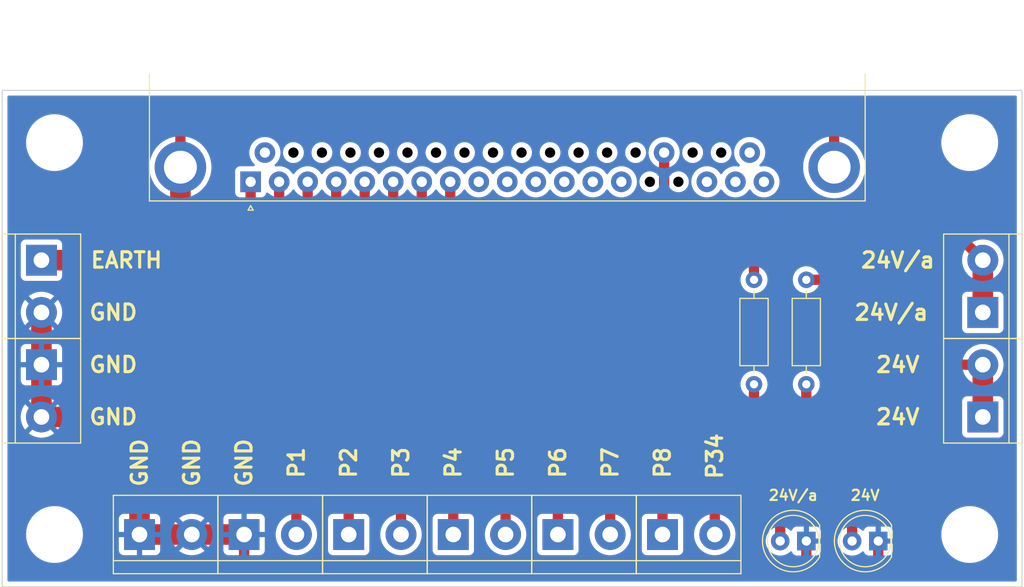
<source format=kicad_pcb>
(kicad_pcb (version 20221018) (generator pcbnew)
  (layers (0 "F.Cu" signal) (31 "B.Cu" signal) (34 "B.Paste" user) (35 "F.Paste" user) (36 "B.SilkS" user "B.Silkscreen") (37 "F.SilkS" user "F.Silkscreen") (38 "B.Mask" user) (39 "F.Mask" user) (44 "Edge.Cuts" user))
  (net 0 "")
  (net 1 "Earth")
  (net 2 "GND")
  (net 3 "/P1")
  (net 4 "/P2")
  (net 5 "/P3")
  (net 6 "/P4")
  (net 7 "/P5")
  (net 8 "/P6")
  (net 9 "/P7")
  (net 10 "/P8")
  (net 11 "/P34")
  (net 12 "/24V")
  (net 13 "/24V{slash}a")
  (net 23 "Net-(D1-Pad2)")
  (net 24 "Net-(D2-Pad2)")
  (footprint "TerminalBlock:TerminalBlock_bornier-2_P5.08mm" (layer "F.Cu") (at 118.745 107.95)
    (fp_text reference "J3" hide)
    (fp_text value "Conn_01x02" hide)
    (fp_line (start -2.54 -3.81) (end -2.54 3.81) (stroke (width 0.12)) (layer "F.SilkS"))
    (fp_line (start -2.54 3.81) (end 7.62 3.81) (stroke (width 0.12)) (layer "F.SilkS"))
    (fp_line (start 7.62 -3.81) (end -2.54 -3.81) (stroke (width 0.12)) (layer "F.SilkS"))
    (fp_line (start 7.62 2.54) (end -2.54 2.54) (stroke (width 0.12)) (layer "F.SilkS"))
    (fp_line (start 7.62 3.81) (end 7.62 -3.81) (stroke (width 0.12)) (layer "F.SilkS"))
    (pad "1" thru_hole rect (at 0 0) (size 3 3) (drill 1.52) (layers "*.Cu" "*.Mask") (net 4 "/P2"))
    (pad "2" thru_hole circle (at 5.08 0) (size 3 3) (drill 1.52) (layers "*.Cu" "*.Mask") (net 5 "/P3"))
  )
  (footprint "TerminalBlock:TerminalBlock_bornier-2_P5.08mm" (layer "F.Cu") (at 88.9 81.28 -90)
    (fp_text reference "J10" hide)
    (fp_text value "Conn_01x02" hide)
    (fp_line (start -2.54 -3.81) (end -2.54 3.81) (stroke (width 0.12)) (layer "F.SilkS"))
    (fp_line (start -2.54 3.81) (end 7.62 3.81) (stroke (width 0.12)) (layer "F.SilkS"))
    (fp_line (start 7.62 -3.81) (end -2.54 -3.81) (stroke (width 0.12)) (layer "F.SilkS"))
    (fp_line (start 7.62 2.54) (end -2.54 2.54) (stroke (width 0.12)) (layer "F.SilkS"))
    (fp_line (start 7.62 3.81) (end 7.62 -3.81) (stroke (width 0.12)) (layer "F.SilkS"))
    (pad "1" thru_hole rect (at 0 0 270) (size 3 3) (drill 1.52) (layers "*.Cu" "*.Mask") (net 1 "Earth"))
    (pad "2" thru_hole circle (at 5.08 0 270) (size 3 3) (drill 1.52) (layers "*.Cu" "*.Mask") (net 2 "GND"))
  )
  (footprint "TerminalBlock:TerminalBlock_bornier-2_P5.08mm" (layer "F.Cu") (at 108.585 107.95)
    (fp_text reference "J2" hide)
    (fp_text value "Conn_01x02" hide)
    (fp_line (start -2.54 -3.81) (end -2.54 3.81) (stroke (width 0.12)) (layer "F.SilkS"))
    (fp_line (start -2.54 3.81) (end 7.62 3.81) (stroke (width 0.12)) (layer "F.SilkS"))
    (fp_line (start 7.62 -3.81) (end -2.54 -3.81) (stroke (width 0.12)) (layer "F.SilkS"))
    (fp_line (start 7.62 2.54) (end -2.54 2.54) (stroke (width 0.12)) (layer "F.SilkS"))
    (fp_line (start 7.62 3.81) (end 7.62 -3.81) (stroke (width 0.12)) (layer "F.SilkS"))
    (pad "1" thru_hole rect (at 0 0) (size 3 3) (drill 1.52) (layers "*.Cu" "*.Mask") (net 2 "GND"))
    (pad "2" thru_hole circle (at 5.08 0) (size 3 3) (drill 1.52) (layers "*.Cu" "*.Mask") (net 3 "/P1"))
  )
  (footprint "MountingHole:MountingHole_4.5mm" (layer "F.Cu") (at 179.07 107.95)
    (fp_text reference "H1" hide)
    (fp_text value "MountingHole" hide)
    (pad "" np_thru_hole circle (at 0 0) (size 4.5 4.5) (drill 4.5) (layers "*.Cu" "*.Mask"))
  )
  (footprint "Connector_Dsub:DSUB-37_Female_Horizontal_P2.77x2.84mm_EdgePinOffset7.70mm_Housed_MountingHolesOffset9.12mm" (layer "F.Cu") (at 109.22 73.66 180)
    (fp_text reference "J9" hide)
    (fp_text value "DB37" hide)
    (fp_line (start -59.69 -1.86) (end 9.83 -1.86) (stroke (width 0.12)) (layer "F.SilkS"))
    (fp_line (start -59.69 10.48) (end -59.69 -1.86) (stroke (width 0.12)) (layer "F.SilkS"))
    (fp_line (start -0.25 -2.754338) (end 0.25 -2.754338) (stroke (width 0.12)) (layer "F.SilkS"))
    (fp_line (start 0 -2.321325) (end -0.25 -2.754338) (stroke (width 0.12)) (layer "F.SilkS"))
    (fp_line (start 0.25 -2.754338) (end 0 -2.321325) (stroke (width 0.12)) (layer "F.SilkS"))
    (fp_line (start 9.83 -1.86) (end 9.83 10.48) (stroke (width 0.12)) (layer "F.SilkS"))
    (pad "" thru_hole circle (at -48.475 2.84 180) (size 2 2) (drill 1) (layers "*.Cu" "*.Mask"))
    (pad "" np_thru_hole circle (at -45.705 2.84 180) (size 1.6 1.6) (drill 1) (layers "*.Mask"))
    (pad "" np_thru_hole circle (at -42.935 2.84 180) (size 1.6 1.6) (drill 1) (layers "*.Mask"))
    (pad "" np_thru_hole circle (at -41.55 0 180) (size 1.6 1.6) (drill 1) (layers "*.Mask"))
    (pad "" np_thru_hole circle (at -38.78 0 180) (size 1.6 1.6) (drill 1) (layers "*.Mask"))
    (pad "" np_thru_hole circle (at -37.395 2.84 180) (size 1.6 1.6) (drill 1) (layers "*.Mask"))
    (pad "" np_thru_hole circle (at -34.625 2.84 180) (size 1.6 1.6) (drill 1) (layers "*.Mask"))
    (pad "" np_thru_hole circle (at -31.855 2.84 180) (size 1.6 1.6) (drill 1) (layers "*.Mask"))
    (pad "" np_thru_hole circle (at -29.085 2.84 180) (size 1.6 1.6) (drill 1) (layers "*.Mask"))
    (pad "" np_thru_hole circle (at -26.315 2.84 180) (size 1.6 1.6) (drill 1) (layers "*.Mask"))
    (pad "" np_thru_hole circle (at -23.545 2.84 180) (size 1.6 1.6) (drill 1) (layers "*.Mask"))
    (pad "" np_thru_hole circle (at -20.775 2.84 180) (size 1.6 1.6) (drill 1) (layers "*.Mask"))
    (pad "" np_thru_hole circle (at -18.005 2.84 180) (size 1.6 1.6) (drill 1) (layers "*.Mask"))
    (pad "" np_thru_hole circle (at -15.235 2.84 180) (size 1.6 1.6) (drill 1) (layers "*.Mask"))
    (pad "" np_thru_hole circle (at -12.465 2.84 180) (size 1.6 1.6) (drill 1) (layers "*.Mask"))
    (pad "" np_thru_hole circle (at -9.695 2.84 180) (size 1.6 1.6) (drill 1) (layers "*.Mask"))
    (pad "" np_thru_hole circle (at -6.925 2.84 180) (size 1.6 1.6) (drill 1) (layers "*.Mask"))
    (pad "" np_thru_hole circle (at -4.155 2.84 180) (size 1.6 1.6) (drill 1) (layers "*.Mask"))
    (pad "" thru_hole circle (at -1.385 2.84 180) (size 2 2) (drill 1) (layers "*.Cu" "*.Mask"))
    (pad "0" thru_hole circle (at -56.68 1.42 180) (size 5 5) (drill 3.2) (layers "*.Cu" "*.Mask") (net 1 "Earth"))
    (pad "0" thru_hole circle (at 6.82 1.42 180) (size 5 5) (drill 3.2) (layers "*.Cu" "*.Mask") (net 1 "Earth"))
    (pad "1" thru_hole rect (at 0 0 180) (size 2 2) (drill 1) (layers "*.Cu" "*.Mask") (net 3 "/P1"))
    (pad "2" thru_hole circle (at -2.77 0 180) (size 2 2) (drill 1) (layers "*.Cu" "*.Mask") (net 4 "/P2"))
    (pad "3" thru_hole circle (at -5.54 0 180) (size 2 2) (drill 1) (layers "*.Cu" "*.Mask") (net 5 "/P3"))
    (pad "4" thru_hole circle (at -8.31 0 180) (size 2 2) (drill 1) (layers "*.Cu" "*.Mask") (net 6 "/P4"))
    (pad "5" thru_hole circle (at -11.08 0 180) (size 2 2) (drill 1) (layers "*.Cu" "*.Mask") (net 7 "/P5"))
    (pad "6" thru_hole circle (at -13.85 0 180) (size 2 2) (drill 1) (layers "*.Cu" "*.Mask" "F.Paste") (net 8 "/P6"))
    (pad "7" thru_hole circle (at -16.62 0 180) (size 2 2) (drill 1) (layers "*.Cu" "*.Mask") (net 9 "/P7"))
    (pad "8" thru_hole circle (at -19.39 0 180) (size 2 2) (drill 1) (layers "*.Cu" "*.Mask") (net 10 "/P8"))
    (pad "9" thru_hole circle (at -22.16 0 180) (size 2 2) (drill 1) (layers "*.Cu" "*.Mask"))
    (pad "10" thru_hole circle (at -24.93 0 180) (size 2 2) (drill 1) (layers "*.Cu" "*.Mask"))
    (pad "11" thru_hole circle (at -27.7 0 180) (size 2 2) (drill 1) (layers "*.Cu" "*.Mask"))
    (pad "12" thru_hole circle (at -30.47 0 180) (size 2 2) (drill 1) (layers "*.Cu" "*.Mask"))
    (pad "13" thru_hole circle (at -33.24 0 180) (size 2 2) (drill 1) (layers "*.Cu" "*.Mask"))
    (pad "14" thru_hole circle (at -36.01 0 180) (size 2 2) (drill 1) (layers "*.Cu" "*.Mask"))
    (pad "17" thru_hole circle (at -44.32 0 180) (size 2 2) (drill 1) (layers "*.Cu" "*.Mask"))
    (pad "18" thru_hole circle (at -47.09 0 180) (size 2 2) (drill 1) (layers "*.Cu" "*.Mask"))
    (pad "19" thru_hole circle (at -49.86 0 180) (size 2 2) (drill 1) (layers "*.Cu" "*.Mask"))
    (pad "34" thru_hole circle (at -40.165 2.84 180) (size 2 2) (drill 1) (layers "*.Cu" "*.Mask") (net 11 "/P34"))
  )
  (footprint "TerminalBlock:TerminalBlock_bornier-2_P5.08mm" (layer "F.Cu") (at 139.065 107.95)
    (fp_text reference "J5" hide)
    (fp_text value "Conn_01x02" hide)
    (fp_line (start -2.54 -3.81) (end -2.54 3.81) (stroke (width 0.12)) (layer "F.SilkS"))
    (fp_line (start -2.54 3.81) (end 7.62 3.81) (stroke (width 0.12)) (layer "F.SilkS"))
    (fp_line (start 7.62 -3.81) (end -2.54 -3.81) (stroke (width 0.12)) (layer "F.SilkS"))
    (fp_line (start 7.62 2.54) (end -2.54 2.54) (stroke (width 0.12)) (layer "F.SilkS"))
    (fp_line (start 7.62 3.81) (end 7.62 -3.81) (stroke (width 0.12)) (layer "F.SilkS"))
    (pad "1" thru_hole rect (at 0 0) (size 3 3) (drill 1.52) (layers "*.Cu" "*.Mask") (net 8 "/P6"))
    (pad "2" thru_hole circle (at 5.08 0) (size 3 3) (drill 1.52) (layers "*.Cu" "*.Mask") (net 9 "/P7"))
  )
  (footprint "TerminalBlock:TerminalBlock_bornier-2_P5.08mm" (layer "F.Cu") (at 98.425 107.95)
    (fp_text reference "J1" hide)
    (fp_text value "Conn_01x02" hide)
    (fp_line (start -2.54 -3.81) (end -2.54 3.81) (stroke (width 0.12)) (layer "F.SilkS"))
    (fp_line (start -2.54 3.81) (end 7.62 3.81) (stroke (width 0.12)) (layer "F.SilkS"))
    (fp_line (start 7.62 -3.81) (end -2.54 -3.81) (stroke (width 0.12)) (layer "F.SilkS"))
    (fp_line (start 7.62 2.54) (end -2.54 2.54) (stroke (width 0.12)) (layer "F.SilkS"))
    (fp_line (start 7.62 3.81) (end 7.62 -3.81) (stroke (width 0.12)) (layer "F.SilkS"))
    (pad "1" thru_hole rect (at 0 0) (size 3 3) (drill 1.52) (layers "*.Cu" "*.Mask") (net 2 "GND"))
    (pad "2" thru_hole circle (at 5.08 0) (size 3 3) (drill 1.52) (layers "*.Cu" "*.Mask") (net 2 "GND"))
  )
  (footprint "TerminalBlock:TerminalBlock_bornier-2_P5.08mm" (layer "F.Cu") (at 88.9 91.44 -90)
    (fp_text reference "J11" hide)
    (fp_text value "Conn_01x02" hide)
    (fp_line (start -2.54 -3.81) (end -2.54 3.81) (stroke (width 0.12)) (layer "F.SilkS"))
    (fp_line (start -2.54 3.81) (end 7.62 3.81) (stroke (width 0.12)) (layer "F.SilkS"))
    (fp_line (start 7.62 -3.81) (end -2.54 -3.81) (stroke (width 0.12)) (layer "F.SilkS"))
    (fp_line (start 7.62 2.54) (end -2.54 2.54) (stroke (width 0.12)) (layer "F.SilkS"))
    (fp_line (start 7.62 3.81) (end 7.62 -3.81) (stroke (width 0.12)) (layer "F.SilkS"))
    (pad "1" thru_hole rect (at 0 0 270) (size 3 3) (drill 1.52) (layers "*.Cu" "*.Mask") (net 2 "GND"))
    (pad "2" thru_hole circle (at 5.08 0 270) (size 3 3) (drill 1.52) (layers "*.Cu" "*.Mask") (net 2 "GND"))
  )
  (footprint "MountingHole:MountingHole_4.5mm" (layer "F.Cu") (at 90.17 107.95)
    (fp_text reference "H2" hide)
    (fp_text value "MountingHole" hide)
    (pad "" np_thru_hole circle (at 0 0) (size 4.5 4.5) (drill 4.5) (layers "*.Cu" "*.Mask"))
  )
  (footprint "TerminalBlock:TerminalBlock_bornier-2_P5.08mm" (layer "F.Cu") (at 180.34 86.36 90)
    (fp_text reference "J8" hide)
    (fp_text value "Conn_01x02" hide)
    (fp_line (start -2.54 -3.81) (end -2.54 3.81) (stroke (width 0.12)) (layer "F.SilkS"))
    (fp_line (start -2.54 3.81) (end 7.62 3.81) (stroke (width 0.12)) (layer "F.SilkS"))
    (fp_line (start 7.62 -3.81) (end -2.54 -3.81) (stroke (width 0.12)) (layer "F.SilkS"))
    (fp_line (start 7.62 2.54) (end -2.54 2.54) (stroke (width 0.12)) (layer "F.SilkS"))
    (fp_line (start 7.62 3.81) (end 7.62 -3.81) (stroke (width 0.12)) (layer "F.SilkS"))
    (pad "1" thru_hole rect (at 0 0 90) (size 3 3) (drill 1.52) (layers "*.Cu" "*.Mask") (net 13 "/24V{slash}a"))
    (pad "2" thru_hole circle (at 5.08 0 90) (size 3 3) (drill 1.52) (layers "*.Cu" "*.Mask") (net 13 "/24V{slash}a"))
  )
  (footprint "TerminalBlock:TerminalBlock_bornier-2_P5.08mm" (layer "F.Cu") (at 180.34 96.52 90)
    (fp_text reference "J7" hide)
    (fp_text value "Conn_01x02" hide)
    (fp_line (start -2.54 -3.81) (end -2.54 3.81) (stroke (width 0.12)) (layer "F.SilkS"))
    (fp_line (start -2.54 3.81) (end 7.62 3.81) (stroke (width 0.12)) (layer "F.SilkS"))
    (fp_line (start 7.62 -3.81) (end -2.54 -3.81) (stroke (width 0.12)) (layer "F.SilkS"))
    (fp_line (start 7.62 2.54) (end -2.54 2.54) (stroke (width 0.12)) (layer "F.SilkS"))
    (fp_line (start 7.62 3.81) (end 7.62 -3.81) (stroke (width 0.12)) (layer "F.SilkS"))
    (pad "1" thru_hole rect (at 0 0 90) (size 3 3) (drill 1.52) (layers "*.Cu" "*.Mask") (net 12 "/24V"))
    (pad "2" thru_hole circle (at 5.08 0 90) (size 3 3) (drill 1.52) (layers "*.Cu" "*.Mask") (net 12 "/24V"))
  )
  (footprint "Resistor_THT:R_Axial_DIN0207_L6.3mm_D2.5mm_P10.16mm_Horizontal" (layer "F.Cu") (at 163.195 83.185 -90)
    (fp_text reference "R1" hide)
    (fp_text value "R" hide)
    (fp_line (start 1.04 0) (end 1.81 0) (stroke (width 0.12)) (layer "F.SilkS"))
    (fp_line (start 1.81 -1.37) (end 1.81 1.37) (stroke (width 0.12)) (layer "F.SilkS"))
    (fp_line (start 1.81 1.37) (end 8.35 1.37) (stroke (width 0.12)) (layer "F.SilkS"))
    (fp_line (start 8.35 -1.37) (end 1.81 -1.37) (stroke (width 0.12)) (layer "F.SilkS"))
    (fp_line (start 8.35 1.37) (end 8.35 -1.37) (stroke (width 0.12)) (layer "F.SilkS"))
    (fp_line (start 9.12 0) (end 8.35 0) (stroke (width 0.12)) (layer "F.SilkS"))
    (pad "1" thru_hole circle (at 0 0 270) (size 1.6 1.6) (drill 0.8) (layers "*.Cu" "*.Mask") (net 12 "/24V"))
    (pad "2" thru_hole oval (at 10.16 0 270) (size 1.6 1.6) (drill 0.8) (layers "*.Cu" "*.Mask") (net 23 "Net-(D1-Pad2)"))
  )
  (footprint "MountingHole:MountingHole_4.5mm" (layer "F.Cu") (at 179.07 69.85)
    (fp_text reference "H4" hide)
    (fp_text value "MountingHole" hide)
    (pad "" np_thru_hole circle (at 0 0) (size 4.5 4.5) (drill 4.5) (layers "*.Cu" "*.Mask"))
  )
  (footprint "Resistor_THT:R_Axial_DIN0207_L6.3mm_D2.5mm_P10.16mm_Horizontal" (layer "F.Cu") (at 158.115 83.185 -90)
    (fp_text reference "R2" hide)
    (fp_text value "R" hide)
    (fp_line (start 1.04 0) (end 1.81 0) (stroke (width 0.12)) (layer "F.SilkS"))
    (fp_line (start 1.81 -1.37) (end 1.81 1.37) (stroke (width 0.12)) (layer "F.SilkS"))
    (fp_line (start 1.81 1.37) (end 8.35 1.37) (stroke (width 0.12)) (layer "F.SilkS"))
    (fp_line (start 8.35 -1.37) (end 1.81 -1.37) (stroke (width 0.12)) (layer "F.SilkS"))
    (fp_line (start 8.35 1.37) (end 8.35 -1.37) (stroke (width 0.12)) (layer "F.SilkS"))
    (fp_line (start 9.12 0) (end 8.35 0) (stroke (width 0.12)) (layer "F.SilkS"))
    (pad "1" thru_hole circle (at 0 0 270) (size 1.6 1.6) (drill 0.8) (layers "*.Cu" "*.Mask") (net 13 "/24V{slash}a"))
    (pad "2" thru_hole oval (at 10.16 0 270) (size 1.6 1.6) (drill 0.8) (layers "*.Cu" "*.Mask") (net 24 "Net-(D2-Pad2)"))
  )
  (footprint "MountingHole:MountingHole_4.5mm" (layer "F.Cu") (at 90.17 69.85)
    (fp_text reference "H3" hide)
    (fp_text value "MountingHole" hide)
    (pad "" np_thru_hole circle (at 0 0) (size 4.5 4.5) (drill 4.5) (layers "*.Cu" "*.Mask"))
  )
  (footprint "LED_THT:LED_D5.0mm" (layer "F.Cu") (at 170.185 108.585 180)
    (fp_text reference "D1" hide)
    (fp_text value "LED" hide)
    (fp_line (start -1.29 -1.545) (end -1.29 1.545) (stroke (width 0.12)) (layer "F.SilkS"))
    (fp_arc (start -1.29 -1.54483) (mid 2.072002 -2.880433) (end 4.26 0.000462) (stroke (width 0.12)) (layer "F.SilkS"))
    (fp_arc (start 4.26 -0.000462) (mid 2.072002 2.880433) (end -1.29 1.54483) (stroke (width 0.12)) (layer "F.SilkS"))
    (fp_circle (center 1.27 0) (end 3.77 0) (stroke (width 0.12)) (fill none) (layer "F.SilkS"))
    (pad "1" thru_hole rect (at 0 0 180) (size 1.8 1.8) (drill 0.9) (layers "*.Cu" "*.Mask") (net 2 "GND"))
    (pad "2" thru_hole circle (at 2.54 0 180) (size 1.8 1.8) (drill 0.9) (layers "*.Cu" "*.Mask") (net 23 "Net-(D1-Pad2)"))
  )
  (footprint "TerminalBlock:TerminalBlock_bornier-2_P5.08mm" (layer "F.Cu") (at 149.225 107.95)
    (fp_text reference "J6" hide)
    (fp_text value "Conn_01x02" hide)
    (fp_line (start -2.54 -3.81) (end -2.54 3.81) (stroke (width 0.12)) (layer "F.SilkS"))
    (fp_line (start -2.54 3.81) (end 7.62 3.81) (stroke (width 0.12)) (layer "F.SilkS"))
    (fp_line (start 7.62 -3.81) (end -2.54 -3.81) (stroke (width 0.12)) (layer "F.SilkS"))
    (fp_line (start 7.62 2.54) (end -2.54 2.54) (stroke (width 0.12)) (layer "F.SilkS"))
    (fp_line (start 7.62 3.81) (end 7.62 -3.81) (stroke (width 0.12)) (layer "F.SilkS"))
    (pad "1" thru_hole rect (at 0 0) (size 3 3) (drill 1.52) (layers "*.Cu" "*.Mask") (net 10 "/P8"))
    (pad "2" thru_hole circle (at 5.08 0) (size 3 3) (drill 1.52) (layers "*.Cu" "*.Mask") (net 11 "/P34"))
  )
  (footprint "LED_THT:LED_D5.0mm" (layer "F.Cu") (at 163.2 108.585 180)
    (fp_text reference "D2" hide)
    (fp_text value "LED" hide)
    (fp_line (start -1.29 -1.545) (end -1.29 1.545) (stroke (width 0.12)) (layer "F.SilkS"))
    (fp_arc (start -1.29 -1.54483) (mid 2.072002 -2.880433) (end 4.26 0.000462) (stroke (width 0.12)) (layer "F.SilkS"))
    (fp_arc (start 4.26 -0.000462) (mid 2.072002 2.880433) (end -1.29 1.54483) (stroke (width 0.12)) (layer "F.SilkS"))
    (fp_circle (center 1.27 0) (end 3.77 0) (stroke (width 0.12)) (fill none) (layer "F.SilkS"))
    (pad "1" thru_hole rect (at 0 0 180) (size 1.8 1.8) (drill 0.9) (layers "*.Cu" "*.Mask") (net 2 "GND"))
    (pad "2" thru_hole circle (at 2.54 0 180) (size 1.8 1.8) (drill 0.9) (layers "*.Cu" "*.Mask") (net 24 "Net-(D2-Pad2)"))
  )
  (footprint "TerminalBlock:TerminalBlock_bornier-2_P5.08mm" (layer "F.Cu") (at 128.905 107.95)
    (fp_text reference "J4" hide)
    (fp_text value "Conn_01x02" hide)
    (fp_line (start -2.54 -3.81) (end -2.54 3.81) (stroke (width 0.12)) (layer "F.SilkS"))
    (fp_line (start -2.54 3.81) (end 7.62 3.81) (stroke (width 0.12)) (layer "F.SilkS"))
    (fp_line (start 7.62 -3.81) (end -2.54 -3.81) (stroke (width 0.12)) (layer "F.SilkS"))
    (fp_line (start 7.62 2.54) (end -2.54 2.54) (stroke (width 0.12)) (layer "F.SilkS"))
    (fp_line (start 7.62 3.81) (end 7.62 -3.81) (stroke (width 0.12)) (layer "F.SilkS"))
    (pad "1" thru_hole rect (at 0 0) (size 3 3) (drill 1.52) (layers "*.Cu" "*.Mask") (net 6 "/P4"))
    (pad "2" thru_hole circle (at 5.08 0) (size 3 3) (drill 1.52) (layers "*.Cu" "*.Mask") (net 7 "/P5"))
  )
  (gr_line (start 85.09 113.03) (end 184.15 113.03) (stroke (width 0.1)) (layer "Edge.Cuts"))
  (gr_line (start 85.09 64.77) (end 85.09 113.03) (stroke (width 0.1)) (layer "Edge.Cuts"))
  (gr_line (start 184.15 64.77) (end 85.09 64.77) (stroke (width 0.1)) (layer "Edge.Cuts"))
  (gr_line (start 184.15 113.03) (end 184.15 64.77) (stroke (width 0.1)) (layer "Edge.Cuts"))
  (gr_text "P3" (at 123.825 100.965 90) (layer "F.SilkS") (effects (font (size 1.5 1.5) (thickness 0.3))))
  (gr_text "24V\n" (at 172.085 96.52) (layer "F.SilkS") (effects (font (size 1.5 1.5) (thickness 0.3))))
  (gr_text "24V/a" (at 161.925 104.14) (layer "F.SilkS") (effects (font (size 1 1) (thickness 0.2))))
  (gr_text "GND" (at 103.505 100.965 90) (layer "F.SilkS") (effects (font (size 1.5 1.5) (thickness 0.3))))
  (gr_text "GND" (at 98.425 100.965 90) (layer "F.SilkS") (effects (font (size 1.5 1.5) (thickness 0.3))))
  (gr_text "24V\n" (at 168.91 104.14) (layer "F.SilkS") (effects (font (size 1 1) (thickness 0.2))))
  (gr_text "GND" (at 95.885 96.52) (layer "F.SilkS") (effects (font (size 1.5 1.5) (thickness 0.3))))
  (gr_text "GND" (at 108.585 100.965 90) (layer "F.SilkS") (effects (font (size 1.5 1.5) (thickness 0.3))))
  (gr_text "24V/a" (at 172.085 81.28) (layer "F.SilkS") (effects (font (size 1.5 1.5) (thickness 0.3))))
  (gr_text "24V\n" (at 172.085 91.44) (layer "F.SilkS") (effects (font (size 1.5 1.5) (thickness 0.3))))
  (gr_text "P2" (at 118.745 100.965 90) (layer "F.SilkS") (effects (font (size 1.5 1.5) (thickness 0.3))))
  (gr_text "P34" (at 154.305 100.33 90) (layer "F.SilkS") (effects (font (size 1.5 1.5) (thickness 0.3))))
  (gr_text "P6" (at 139.065 100.965 90) (layer "F.SilkS") (effects (font (size 1.5 1.5) (thickness 0.3))))
  (gr_text "EARTH" (at 97.155 81.28) (layer "F.SilkS") (effects (font (size 1.5 1.5) (thickness 0.3))))
  (gr_text "P7" (at 144.145 100.965 90) (layer "F.SilkS") (effects (font (size 1.5 1.5) (thickness 0.3))))
  (gr_text "P5" (at 133.985 100.965 90) (layer "F.SilkS") (effects (font (size 1.5 1.5) (thickness 0.3))))
  (gr_text "P1" (at 113.665 100.965 90) (layer "F.SilkS") (effects (font (size 1.5 1.5) (thickness 0.3))))
  (gr_text "P4" (at 128.905 100.965 90) (layer "F.SilkS") (effects (font (size 1.5 1.5) (thickness 0.3))))
  (gr_text "GND" (at 95.885 86.36) (layer "F.SilkS") (effects (font (size 1.5 1.5) (thickness 0.3))))
  (gr_text "24V/a" (at 171.45 86.36) (layer "F.SilkS") (effects (font (size 1.5 1.5) (thickness 0.3))))
  (gr_text "P8" (at 149.225 100.965 90) (layer "F.SilkS") (effects (font (size 1.5 1.5) (thickness 0.3))))
  (gr_text "GND" (at 95.885 91.44) (layer "F.SilkS") (effects (font (size 1.5 1.5) (thickness 0.3))))
  (segment (start 102.4 67.78) (end 103.505 66.675) (width 1) (layer "F.Cu") (net 1))
  (segment (start 102.4 72.24) (end 102.4 67.78) (width 1) (layer "F.Cu") (net 1))
  (segment (start 99.695 81.28) (end 102.4 78.575) (width 2) (layer "F.Cu") (net 1))
  (segment (start 102.4 78.575) (end 102.4 72.24) (width 2) (layer "F.Cu") (net 1))
  (segment (start 103.505 66.675) (end 164.465 66.675) (width 1) (layer "F.Cu") (net 1))
  (segment (start 88.9 81.28) (end 99.695 81.28) (width 2) (layer "F.Cu") (net 1))
  (segment (start 165.9 68.11) (end 165.9 72.24) (width 1) (layer "F.Cu") (net 1))
  (segment (start 164.465 66.675) (end 165.9 68.11) (width 1) (layer "F.Cu") (net 1))
  (segment (start 103.505 107.95) (end 108.585 107.95) (width 2) (layer "F.Cu") (net 2))
  (segment (start 98.425 107.95) (end 103.505 107.95) (width 2) (layer "F.Cu") (net 2))
  (segment (start 162.56 111.76) (end 163.2 111.12) (width 1) (layer "F.Cu") (net 2))
  (segment (start 88.9 91.44) (end 88.9 96.52) (width 2) (layer "F.Cu") (net 2))
  (segment (start 161.925 111.76) (end 169.545 111.76) (width 1) (layer "F.Cu") (net 2))
  (segment (start 98.425 99.695) (end 95.25 96.52) (width 2) (layer "F.Cu") (net 2))
  (segment (start 169.545 111.76) (end 170.185 111.12) (width 1) (layer "F.Cu") (net 2))
  (segment (start 163.2 111.12) (end 163.2 108.585) (width 1) (layer "F.Cu") (net 2))
  (segment (start 98.425 107.95) (end 98.425 99.695) (width 2) (layer "F.Cu") (net 2))
  (segment (start 161.925 111.76) (end 162.56 111.76) (width 1) (layer "F.Cu") (net 2))
  (segment (start 108.585 107.95) (end 108.585 111.125) (width 1) (layer "F.Cu") (net 2))
  (segment (start 170.185 111.12) (end 170.185 108.585) (width 1) (layer "F.Cu") (net 2))
  (segment (start 108.585 111.125) (end 109.22 111.76) (width 1) (layer "F.Cu") (net 2))
  (segment (start 109.22 111.76) (end 161.925 111.76) (width 1) (layer "F.Cu") (net 2))
  (segment (start 88.9 86.36) (end 88.9 91.44) (width 2) (layer "F.Cu") (net 2))
  (segment (start 95.25 96.52) (end 88.9 96.52) (width 2) (layer "F.Cu") (net 2))
  (segment (start 113.665 107.95) (end 113.665 97.155) (width 1) (layer "F.Cu") (net 3))
  (segment (start 113.665 97.155) (end 109.22 92.71) (width 1) (layer "F.Cu") (net 3))
  (segment (start 109.22 73.66) (end 109.22 92.71) (width 1) (layer "F.Cu") (net 3))
  (segment (start 118.745 107.95) (end 118.745 96.52) (width 1) (layer "F.Cu") (net 4))
  (segment (start 111.99 89.765) (end 111.99 73.66) (width 1) (layer "F.Cu") (net 4))
  (segment (start 118.745 96.52) (end 111.99 89.765) (width 1) (layer "F.Cu") (net 4))
  (segment (start 123.825 95.885) (end 114.76 86.82) (width 1) (layer "F.Cu") (net 5))
  (segment (start 114.76 86.82) (end 114.76 73.66) (width 1) (layer "F.Cu") (net 5))
  (segment (start 123.825 107.95) (end 123.825 95.885) (width 1) (layer "F.Cu") (net 5))
  (segment (start 128.905 107.95) (end 128.905 95.885) (width 1) (layer "F.Cu") (net 6))
  (segment (start 128.905 95.885) (end 117.53 84.51) (width 1) (layer "F.Cu") (net 6))
  (segment (start 117.53 84.51) (end 117.53 73.66) (width 1) (layer "F.Cu") (net 6))
  (segment (start 120.3 82.835) (end 120.3 73.66) (width 1) (layer "F.Cu") (net 7))
  (segment (start 133.985 96.52) (end 120.3 82.835) (width 1) (layer "F.Cu") (net 7))
  (segment (start 133.985 107.95) (end 133.985 96.52) (width 1) (layer "F.Cu") (net 7))
  (segment (start 139.065 107.95) (end 139.065 96.52) (width 1) (layer "F.Cu") (net 8))
  (segment (start 123.07 80.525) (end 123.07 73.66) (width 1) (layer "F.Cu") (net 8))
  (segment (start 139.065 96.52) (end 123.07 80.525) (width 1) (layer "F.Cu") (net 8))
  (segment (start 125.84 73.66) (end 125.84 78.85) (width 1) (layer "F.Cu") (net 9))
  (segment (start 144.145 97.155) (end 144.145 107.95) (width 1) (layer "F.Cu") (net 9))
  (segment (start 125.84 78.85) (end 144.145 97.155) (width 1) (layer "F.Cu") (net 9))
  (segment (start 128.61 76.54) (end 149.225 97.155) (width 1) (layer "F.Cu") (net 10))
  (segment (start 128.61 73.66) (end 128.61 76.54) (width 1) (layer "F.Cu") (net 10))
  (segment (start 149.225 97.155) (end 149.225 107.95) (width 1) (layer "F.Cu") (net 10))
  (segment (start 149.385 70.82) (end 149.385 83.091) (width 1) (layer "F.Cu") (net 11))
  (segment (start 154.305 107.95) (end 154.305 88.011) (width 1) (layer "F.Cu") (net 11))
  (segment (start 149.385 83.091) (end 154.305 88.011) (width 1) (layer "F.Cu") (net 11))
  (segment (start 173.99 90.17) (end 173.99 83.82) (width 1) (layer "F.Cu") (net 12))
  (segment (start 180.34 91.44) (end 175.26 91.44) (width 1) (layer "F.Cu") (net 12))
  (segment (start 173.355 83.185) (end 163.195 83.185) (width 1) (layer "F.Cu") (net 12))
  (segment (start 175.26 91.44) (end 173.99 90.17) (width 1) (layer "F.Cu") (net 12))
  (segment (start 173.99 83.82) (end 173.355 83.185) (width 1) (layer "F.Cu") (net 12))
  (segment (start 180.34 96.52) (end 180.34 91.44) (width 2) (layer "F.Cu") (net 12))
  (segment (start 180.34 81.28) (end 178.435 79.375) (width 1) (layer "F.Cu") (net 13))
  (segment (start 159.385 79.375) (end 158.115 80.645) (width 1) (layer "F.Cu") (net 13))
  (segment (start 180.34 86.36) (end 180.34 81.28) (width 2) (layer "F.Cu") (net 13))
  (segment (start 158.115 80.645) (end 158.115 83.185) (width 1) (layer "F.Cu") (net 13))
  (segment (start 178.435 79.375) (end 159.385 79.375) (width 1) (layer "F.Cu") (net 13))
  (segment (start 163.195 100.33) (end 167.645 104.78) (width 1) (layer "F.Cu") (net 23))
  (segment (start 167.645 108.585) (end 167.645 104.78) (width 1) (layer "F.Cu") (net 23))
  (segment (start 163.195 93.345) (end 163.195 100.33) (width 1) (layer "F.Cu") (net 23))
  (segment (start 158.115 100.33) (end 160.66 102.875) (width 1) (layer "F.Cu") (net 24))
  (segment (start 158.115 93.345) (end 158.115 100.33) (width 1) (layer "F.Cu") (net 24))
  (segment (start 160.66 102.875) (end 160.66 108.585) (width 1) (layer "F.Cu") (net 24))
  (zone (net 2) (net_name "GND") (layer "B.Cu") (connect_pads (clearance 0.508)) (min_thickness 0.254) (fill yes (thermal_gap 0.508) (thermal_bridge_width 0.508))
    (polygon (pts (xy 184.15 113.03) (xy 85.09 113.03) (xy 85.09 64.77) (xy 184.15 64.77)))
  )
)
</source>
